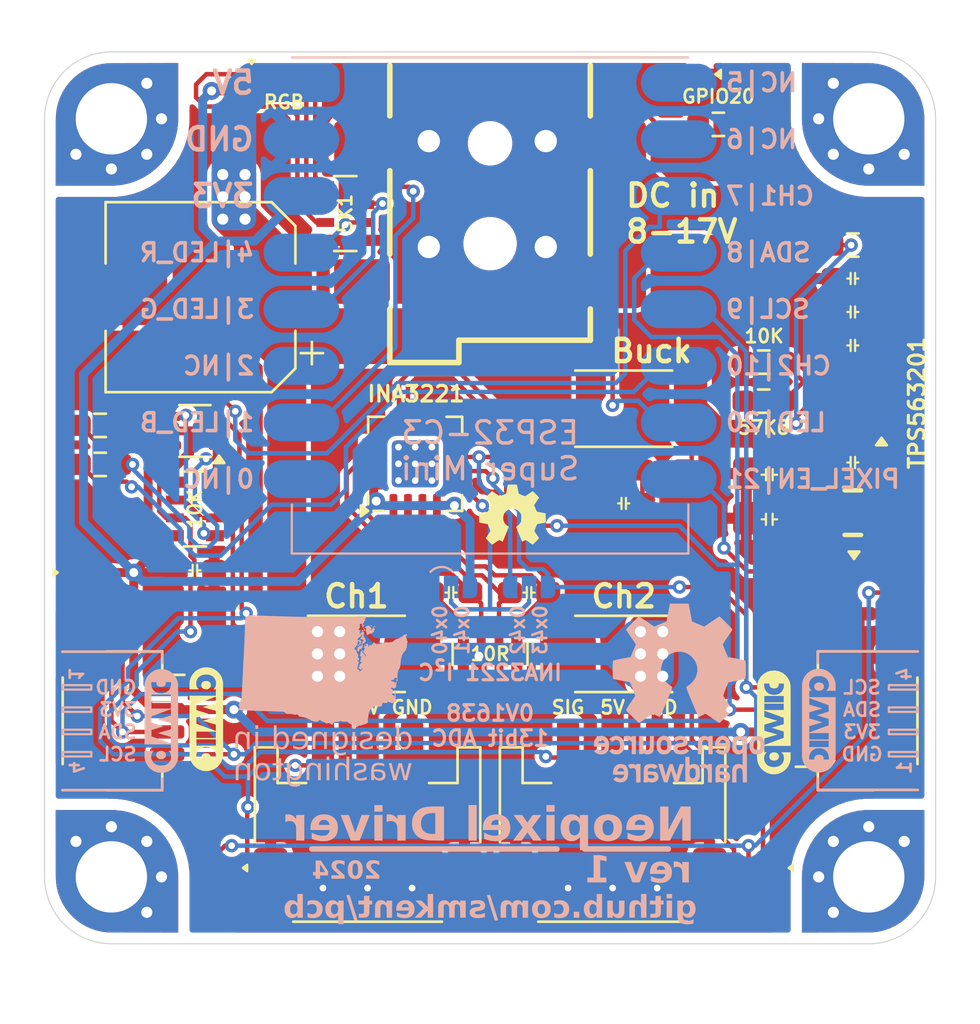
<source format=kicad_pcb>
(kicad_pcb (version 20240108) (generator "pcbnew") (generator_version "8.0")
  (layers (0 "F.Cu" signal) (31 "B.Cu" signal) (34 "B.Paste" user) (35 "F.Paste" user) (36 "B.SilkS" user "B.Silkscreen") (37 "F.SilkS" user "F.Silkscreen") (38 "B.Mask" user) (39 "F.Mask" user) (44 "Edge.Cuts" user))
  (net 0 "")
  (net 1 "GND")
  (net 2 "SCL")
  (net 6 "SDA")
  (net 7 "+3V3")
  (net 8 "NEOPIXEL_1_DATA_5V")
  (net 10 "NEOPIXEL_2_DATA_5V")
  (net 11 "NEOPIXEL_1_DATA_3V3")
  (net 12 "NEOPIXEL_2_DATA_3V3")
  (net 13 "+5V")
  (net 15 "Net-(U1-VBST)")
  (net 16 "SW")
  (net 17 "FB")
  (net 18 "Net-(U1-EN)")
  (net 19 "Net-(U2-IN+1)")
  (net 20 "Net-(U2-IN-1)")
  (net 21 "Net-(RN2A-R1.2)")
  (net 22 "Net-(RN2B-R2.2)")
  (net 23 "Net-(JP1-C)")
  (net 24 "NEOPIXEL_1_SHUNT")
  (net 25 "NEOPIXEL_2_SHUNT")
  (net 43 "Net-(LED0-A)")
  (net 45 "Net-(RN2D-R4.2)")
  (net 46 "Net-(RN2C-R3.2)")
  (net 47 "STATUS_LED")
  (net 48 "SMD_PIXEL_GND")
  (net 49 "SMD_PIXEL_ENABLE")
  (net 50 "5V_SHUNT")
  (net 51 "LED_G")
  (net 52 "LED_B")
  (net 53 "LED_R")
  (net 54 "DC_IN")
  (net 55 "Net-(LED3-BK)")
  (net 56 "Net-(LED3-RK)")
  (net 57 "Net-(LED3-GK)")
  (net 58 "Net-(Q2A-S)")
  (net 59 "Net-(Q2B-S)")
  (footprint "custom:C_0603_1608Metric_Pad1.08x0.95mm_HandSolder" (layer "F.Cu") (at 106 70.25 180)
    (property "Reference" "C8" (hide yes))
    (property "Value" "0u1")
  )
  (footprint "custom:C_0603_1608Metric_Pad1.08x0.95mm_HandSolder" (layer "F.Cu") (at 101.75 74.25 180)
    (property "Reference" "C10" (hide yes))
    (property "Value" "0u1")
  )
  (footprint "Resistor_SMD:R_0603_1608Metric_Pad0.98x0.95mm_HandSolder" (layer "F.Cu") (at 82.5 66.75)
    (property "Reference" "R7" (hide yes))
    (property "Value" "300R")
  )
  (footprint "custom:SOT-23_simple" (layer "F.Cu") (at 117.5 74.25)
    (property "Reference" "Q1" (hide yes))
    (property "Value" "BSS138")
  )
  (footprint "mechanical:MountingHole_3.2mm_M3_Pad_Via_corner_compact" (layer "F.Cu") (at 117 53 180)
    (property "Reference" "MH_NE" (hide yes))
    (property "Value" "MountingHole_3.2mm_M3_Pad_Via_corner_compact" (hide yes))
  )
  (footprint "custom:Texas_RGV0016A_VQFN-16-1EP_4x4mm_P0.65mm_EP2.1x2.1mm_ThermalVias" (layer "F.Cu") (at 96.6375 68.475 90)
    (property "Reference" "U2" (hide yes))
    (property "Value" "INA3221")
  )
  (footprint "lcsc:LED-SMD_L1.7-W1.1-R-RD_BLUE" (layer "F.Cu") (at 110.25 51)
    (property "Reference" "LED0" (hide yes))
    (property "Value" "LED_Small")
  )
  (footprint "Resistor_SMD:R_2512_6332Metric_Pad1.40x3.35mm_HandSolder" (layer "F.Cu") (at 106 66 180)
    (property "Reference" "SR1" (hide yes))
    (property "Value" "R040")
  )
  (footprint "Resistor_SMD:R_2512_6332Metric_Pad1.40x3.35mm_HandSolder" (layer "F.Cu") (at 94 77 180)
    (property "Reference" "SR2" (hide yes))
    (property "Value" "R040")
  )
  (footprint "custom:DC-IN_DC-050-2.0-BB_rev2" (layer "F.Cu") (at 100 57)
    (property "Reference" "J7" (hide yes))
    (property "Value" "Barrel_Jack_Switch")
  )
  (footprint "Package_TO_SOT_SMD:SOT-363_SC-70-6" (layer "F.Cu") (at 86.75 67 180)
    (property "Reference" "Q2" (hide yes))
    (property "Value" "2N7002DW")
  )
  (footprint "custom:SOT-23-6_Handsoldering_simple" (layer "F.Cu") (at 116.37 65.74875 180)
    (property "Reference" "U1" (hide yes))
    (property "Value" "TPS563201")
  )
  (footprint "Resistor_SMD:R_0603_1608Metric_Pad0.98x0.95mm_HandSolder" (layer "F.Cu") (at 110.25 53.25 180)
    (property "Reference" "R1" (hide yes))
    (property "Value" "10K")
  )
  (footprint "Resistor_SMD:R_0603_1608Metric_Pad0.98x0.95mm_HandSolder" (layer "F.Cu") (at 82.5 68.5)
    (property "Reference" "R8" (hide yes))
    (property "Value" "300R")
  )
  (footprint "Resistor_SMD:R_2512_6332Metric_Pad1.40x3.35mm_HandSolder" (layer "F.Cu") (at 106 77)
    (property "Reference" "SR3" (hide yes))
    (property "Value" "R040")
  )
  (footprint "Resistor_SMD:R_Array_Convex_4x0603" (layer "F.Cu") (at 86.75 70.5 180)
    (property "Reference" "RN1" (hide yes))
    (property "Value" "10K")
  )
  (footprint "custom:C_0603_1608Metric_Pad1.08x0.95mm_HandSolder" (layer "F.Cu") (at 98.25 74.25 180)
    (property "Reference" "C9" (hide yes))
    (property "Value" "0u1")
  )
  (footprint "Resistor_SMD:R_Array_Convex_4x0603" (layer "F.Cu") (at 100 77 90)
    (property "Reference" "RN2" (hide yes))
    (property "Value" "10R")
  )
  (footprint "custom:C_0805_2012Metric_Pad1.18x1.45mm_HandSolder" (layer "F.Cu") (at 112.535 68.91375 180)
    (property "Reference" "C5" (hide yes))
    (property "Value" "22u")
  )
  (footprint "lcsc:IND-SMD_L2.5-W2.0_MHCHL2520" (layer "F.Cu") (at 116.285 70.66375 180)
    (property "Reference" "L1" (hide yes))
    (property "Value" "4u7")
  )
  (footprint "connectors:Qwiic-SMD-horizontal-logo-bottom-pinout" (layer "F.Cu") (at 83.5 80 -90)
    (property "Reference" "J4" (hide yes))
    (property "Value" "Qwiic")
  )
  (footprint "Resistor_SMD:R_Array_Convex_4x0603" (layer "F.Cu") (at 93.5 57.25)
    (property "Reference" "RN3" (hide yes))
    (property "Value" "5K1")
  )
  (footprint "Resistor_SMD:R_0603_1608Metric_Pad0.98x0.95mm_HandSolder" (layer "F.Cu") (at 112.285 65.66375 180)
    (property "Reference" "R3" (hide yes))
    (property "Value" "56K")
  )
  (footprint "custom:C_0603_1608Metric_Pad1.08x0.95mm_HandSolder" (layer "F.Cu") (at 86.75 73.25)
    (property "Reference" "C7" (hide yes))
    (property "Value" "22u")
  )
  (footprint "lcsc:SENSORS-SMD_VEML6030" (layer "F.Cu") (at 82 74)
    (property "Reference" "U3" (hide yes))
    (property "Value" "VEML6030")
  )
  (footprint "custom:C_0603_1608Metric_Pad1.08x0.95mm_HandSolder" (layer "F.Cu") (at 116.285 63.16375 180)
    (property "Reference" "C3" (hide yes))
    (property "Value" "0u1")
  )
  (footprint "mechanical:MountingHole_3.2mm_M3_Pad_Via_corner_compact" (layer "F.Cu") (at 117 87 90)
    (property "Reference" "MH_SE" (hide yes))
    (property "Value" "MountingHole_3.2mm_M3_Pad_Via_corner_compact" (hide yes))
  )
  (footprint "connectors:STEMMA-Signal-SMD-horizontal" (layer "F.Cu") (at 94.5 84.5)
    (property "Reference" "J1" (hide yes))
    (property "Value" "STEMMA-Signal")
  )
  (footprint "graphics:oshw-logo-3mm" (layer "F.Cu") (at 101 70.75)
    (property "Reference" "G***" (hide yes))
    (property "Value" "LOGO" (hide yes))
  )
  (footprint "connectors:STEMMA-Signal-SMD-horizontal" (layer "F.Cu") (at 105.5 84.5)
    (property "Reference" "J2" (hide yes))
    (property "Value" "STEMMA-Signal")
  )
  (footprint "lcsc:LED-SMD_4P-L2.0-W2.0-BR-1" (layer "F.Cu") (at 87.75 87.5 90)
    (property "Reference" "LED1")
    (property "Value" "WS2812B-2020")
  )
  (footprint "mechanical:MountingHole_3.2mm_M3_Pad_Via_corner_compact" (layer "F.Cu") (at 83 53 -90)
    (property "Reference" "MH_NW" (hide yes))
    (property "Value" "MountingHole_3.2mm_M3_Pad_Via_corner_compact" (hide yes))
  )
  (footprint "custom:C_0603_1608Metric_Pad1.08x0.95mm_HandSolder" (layer "F.Cu") (at 116.285 61.66375 180)
    (property "Reference" "C2" (hide yes))
    (property "Value" "10u")
  )
  (footprint "custom:R_0603_1608Metric_Pad0.98x0.95mm_HandSolder_simple" (layer "F.Cu") (at 107.75 68.75 180)
    (property "Reference" "R5" (hide yes))
    (property "Value" "10R")
  )
  (footprint "connectors:Qwiic-SMD-horizontal-logo-bottom-pinout" (layer "F.Cu") (at 116.5 80 90)
    (property "Reference" "J3" (hide yes))
    (property "Value" "Qwiic")
  )
  (footprint "custom:C_0603_1608Metric_Pad1.08x0.95mm_HandSolder" (layer "F.Cu") (at 116.285 60.16375 180)
    (property "Reference" "C1" (hide yes))
    (property "Value" "10u")
  )
  (footprint "custom:C_0805_2012Metric_Pad1.18x1.45mm_HandSolder" (layer "F.Cu") (at 112.535 70.91375 180)
    (property "Reference" "C6" (hide yes))
    (property "Value" "22u")
  )
  (footprint "custom:C_0603_1608Metric_Pad1.08x0.95mm_HandSolder" (layer "F.Cu") (at 116.285 68.41375)
    (property "Reference" "C4" (hide yes))
    (property "Value" "0u1")
  )
  (footprint "Capacitor_SMD:CP_Elec_8x10" (layer "F.Cu") (at 87 61 180)
    (property "Reference" "C11" (hide yes))
    (property "Value" "1000u")
  )
  (footprint "lcsc:LED-SMD_4P-L2.0-W2.0-BR-1" (layer "F.Cu") (at 112.25 87.5 90)
    (property "Reference" "LED2")
    (property "Value" "WS2812B-2020")
  )
  (footprint "lcsc:LED-SMD_FM-3510RGBA-SG" (layer "F.Cu") (at 90.75 51)
    (property "Reference" "LED3" (hide yes))
    (property "Value" "FM-3510RGBA-SG")
  )
  (footprint "custom:R_0603_1608Metric_Pad0.98x0.95mm_HandSolder_simple" (layer "F.Cu") (at 104.25 68.75)
    (property "Reference" "R6" (hide yes))
    (property "Value" "10R")
  )
  (footprint "mechanical:MountingHole_3.2mm_M3_Pad_Via_corner_compact" (layer "F.Cu") (at 83 87)
    (property "Reference" "MH_SW" (hide yes))
    (property "Value" "MountingHole_3.2mm_M3_Pad_Via_corner_compact" (hide yes))
  )
  (footprint "Resistor_SMD:R_0603_1608Metric_Pad0.98x0.95mm_HandSolder" (layer "F.Cu") (at 116.285 58.66375 180)
    (property "Reference" "R2" (hide yes))
    (property "Value" "10K")
  )
  (footprint "Resistor_SMD:R_0603_1608Metric_Pad0.98x0.95mm_HandSolder" (layer "F.Cu") (at 112.285 63.91375)
    (property "Reference" "R4" (hide yes))
    (property "Value" "10K")
  )
  (footprint "modules:ESP32-C3-Super-Mini-Castellated-SMD-only" (layer "B.Cu") (at 100 59 180)
    (property "Reference" "SM1" (hide yes))
    (property "Value" "~")
  )
  (footprint "graphics:designed-in-washington-state-5mm" (layer "B.Cu") (at 92.5 77.75 180)
    (property "Reference" "G***" (hide yes))
    (property "Value" "LOGO" (hide yes))
  )
  (footprint "custom:SolderJumper-3_P1.0mm_Open_RoundedPad_simple" (layer "B.Cu") (at 98.25 74 180)
    (property "Reference" "JP1" (hide yes))
    (property "Value" "VS/GND")
  )
  (footprint "Symbol:OSHW-Logo_7.5x8mm_SilkScreen" (layer "B.Cu") (at 108.5 78.75 180)
    (property "Reference" "REF**" (hide yes))
    (property "Value" "OSHW-Logo_7.5x8mm_SilkScreen" (hide yes))
  )
  (footprint "custom:SolderJumper-3_P1.0mm_Open_RoundedPad_simple" (layer "B.Cu") (at 101.75 74 180)
    (property "Reference" "JP2" (hide yes))
    (property "Value" "SDA/SCL")
  )
  (gr_arc (start 97.325 73.322681) (mid 97.825 73.1) (end 98.325 73.322681) (stroke (width 0.1)) (layer "B.SilkS"))
  (gr_line (start 103 85.75) (end 92 85.75) (stroke (width 0.25)) (layer "B.SilkS"))
  (gr_line (start 108 85.75) (end 104.25 85.75) (stroke (width 0.25)) (layer "B.SilkS"))
  (gr_poly (pts (arc (start 117 90) (mid 119.12132 89.12132) (end 120 87)) (arc (start 120 53) (mid 119.12132 50.87868) (end 117 50)) (arc (start 83 50) (mid 80.87868 50.87868) (end 80 53)) (arc (start 80 87) (mid 80.87868 89.12132) (end 83 90))) (stroke (width 0.05)) (fill none) (layer "Edge.Cuts"))
  (gr_text "4|LED_R" (at 89.5 59 0) (layer "B.SilkS") (effects (font (size 0.8 0.8) (thickness 0.16) (bold yes)) (justify left mirror)))
  (gr_text "0x41" (at 98.75 74.75 90) (layer "B.SilkS") (effects (font (size 0.6 0.6) (thickness 0.12) (bold yes)) (justify left mirror)))
  (gr_text "LED|20" (at 110.5 66.62 0) (layer "B.SilkS") (effects (font (size 0.8 0.8) (thickness 0.16) (bold yes)) (justify right mirror)))
  (gr_text "0V1638\n13bit ADC" (at 100 79.25 0) (layer "B.SilkS") (effects (font (size 0.7 0.7) (thickness 0.14) (bold yes)) (justify top mirror)))
  (gr_text "PIXEL_EN|21" (at 110.5 69.16 0) (layer "B.SilkS") (effects (font (size 0.8 0.8) (thickness 0.16) (bold yes)) (justify right mirror)))
  (gr_text "Neopixel Driver" (at 100 84.75 -0) (layer "B.SilkS") (effects (font (size 1.5 1.5) (thickness 0.3) (bold yes)) (justify mirror)))
  (gr_text "github.com/smkent/pcb" (at 100 89 0) (layer "B.SilkS") (effects (font (size 1 1) (thickness 0.16) (bold yes)) (justify bottom mirror)))
  (gr_text "0x43" (at 102.25 74.75 90) (layer "B.SilkS") (effects (font (size 0.6 0.6) (thickness 0.12) (bold yes)) (justify left mirror)))
  (gr_text "SDA|8" (at 110.5 59 0) (layer "B.SilkS") (effects (font (size 0.8 0.8) (thickness 0.16) (bold yes)) (justify right mirror)))
  (gr_text "0x40" (at 97.75 74.75 90) (layer "B.SilkS") (effects (font (size 0.6 0.6) (thickness 0.12) (bold yes)) (justify left mirror)))
  (gr_text "3|LED_G" (at 89.5 61.54 0) (layer "B.SilkS") (effects (font (size 0.8 0.8) (thickness 0.16) (bold yes)) (justify left mirror)))
  (gr_text "SCL|9" (at 110.5 61.54 0) (layer "B.SilkS") (effects (font (size 0.8 0.8) (thickness 0.16) (bold yes)) (justify right mirror)))
  (gr_text "3V3" (at 89.5 56.46 0) (layer "B.SilkS") (effects (font (size 1 1) (thickness 0.2) (bold yes)) (justify left mirror)))
  (gr_text "2|NC" (at 89.5 64.08 0) (layer "B.SilkS") (effects (font (size 0.8 0.8) (thickness 0.16) (bold yes)) (justify left mirror)))
  (gr_text "5V" (at 89.5 51.38 0) (layer "B.SilkS") (effects (font (size 1 1) (thickness 0.2) (bold yes)) (justify left mirror)))
  (gr_text "GND" (at 89.5 53.92 0) (layer "B.SilkS") (effects (font (size 1 1) (thickness 0.2) (bold yes)) (justify left mirror)))
  (gr_text "0x42" (at 101.25 74.75 90) (layer "B.SilkS") (effects (font (size 0.6 0.6) (thickness 0.12) (bold yes)) (justify left mirror)))
  (gr_text "1|LED_B" (at 89.5 66.62 0) (layer "B.SilkS") (effects (font (size 0.8 0.8) (thickness 0.16) (bold yes)) (justify left mirror)))
  (gr_text "CH2|10" (at 110.5 64.08 0) (layer "B.SilkS") (effects (font (size 0.8 0.8) (thickness 0.16) (bold yes)) (justify right mirror)))
  (gr_text "NC|5" (at 110.5 51.38 0) (layer "B.SilkS") (effects (font (size 0.8 0.8) (thickness 0.16) (bold yes)) (justify right mirror)))
  (gr_text "rev 1" (at 104.25 86.75 0) (layer "B.SilkS") (effects (font (size 1.2 1.2) (thickness 0.24) (bold yes)) (justify right mirror)))
  (gr_text "NC|6" (at 110.5 53.92 0) (layer "B.SilkS") (effects (font (size 0.8 0.8) (thickness 0.16) (bold yes)) (justify right mirror)))
  (gr_text "INA3221 I²C" (at 100 78.25 0) (layer "B.SilkS") (effects (font (size 0.7 0.7) (thickness 0.14) (bold yes)) (justify bottom mirror)))
  (gr_text "0|NC" (at 89.5 69.16 0) (layer "B.SilkS") (effects (font (size 0.8 0.8) (thickness 0.16) (bold yes)) (justify left mirror)))
  (gr_text "2024" (at 92 86.75 0) (layer "B.SilkS") (effects (font (size 0.8 0.8) (thickness 0.24) (bold yes)) (justify right mirror)))
  (gr_text "CH1|7" (at 110.5 56.46 0) (layer "B.SilkS") (effects (font (size 0.8 0.8) (thickness 0.16) (bold yes)) (justify right mirror)))
  (gr_text "Buck" (at 107.25 64 0) (layer "F.SilkS") (effects (font (size 1 1) (thickness 0.2) (bold yes)) (justify bottom)))
  (gr_text "5K1" (at 93.5 57.25 90) (layer "F.SilkS") (effects (font (size 0.6 0.6) (thickness 0.12) (bold yes))))
  (gr_text "GND" (at 96.5 79.75 0) (layer "F.SilkS") (effects (font (size 0.6 0.6) (thickness 0.12) (bold yes)) (justify bottom)))
  (gr_text "10K" (at 86.75 70.5 90) (layer "F.SilkS") (effects (font (size 0.6 0.6) (thickness 0.12) (bold yes))))
  (gr_text "RGB" (at 90.75 52.25 0) (layer "F.SilkS") (effects (font (size 0.6 0.6) (thickness 0.12) (bold yes))))
  (gr_text "Ch1" (at 94 75 0) (layer "F.SilkS") (effects (font (size 1 1) (thickness 0.2) (bold yes)) (justify bottom)))
  (gr_text "DC in\n8-17V" (at 106 57.25 0) (layer "F.SilkS") (effects (font (size 1 1) (thickness 0.2) (bold yes)) (justify left)))
  (gr_text "10K" (at 112.3 63.1 0) (layer "F.SilkS") (effects (font (size 0.6 0.6) (thickness 0.12) (bold yes)) (justify bottom)))
  (gr_text "TPS563201" (at 118.75 65.75 90) (layer "F.SilkS") (effects (font (size 0.7 0.7) (thickness 0.14) (bold yes)) (justify top)))
  (gr_text "5V" (at 105.5 79.75 0) (layer "F.SilkS") (effects (font (size 0.6 0.6) (thickness 0.12) (bold yes)) (justify bottom)))
  (gr_text "10R" (at 100 77 0) (layer "F.SilkS") (effects (font (size 0.6 0.6) (thickness 0.12) (bold yes))))
  (gr_text "GND" (at 107.5 79.75 0) (layer "F.SilkS") (effects (font (size 0.6 0.6) (thickness 0.12) (bold yes)) (justify bottom)))
  (gr_text "INA3221" (at 96.675 65.75 0) (layer "F.SilkS") (effects (font (size 0.7 0.7) (thickness 0.14) (bold yes)) (justify bottom)))
  (gr_text "5V" (at 94.5 79.75 0) (layer "F.SilkS") (effects (font (size 0.6 0.6) (thickness 0.12) (bold yes)) (justify bottom)))
  (gr_text "SIG" (at 92.5 79.75 0) (layer "F.SilkS") (effects (font (size 0.6 0.6) (thickness 0.12) (bold yes)) (justify bottom)))
  (gr_text "SIG" (at 103.5 79.75 0) (layer "F.SilkS") (effects (font (size 0.6 0.6) (thickness 0.12) (bold yes)) (justify bottom)))
  (gr_text "GPIO20" (at 110.25 52 0) (layer "F.SilkS") (effects (font (size 0.6 0.6) (thickness 0.12) (bold yes))))
  (gr_text "57K6" (at 112.285 66.5 0) (layer "F.SilkS") (effects (font (size 0.6 0.6) (thickness 0.12) (bold yes)) (justify top)))
  (gr_text "Ch2" (at 106 75 0) (layer "F.SilkS") (effects (font (size 1 1) (thickness 0.2) (bold yes)) (justify bottom)))
  (segment (start 82.15 73.93148) (end 81.56852 73.35) (width 0.2) (layer "F.Cu") (net 1))
  (segment (start 117.72 66.69875) (end 116.940001 66.69875) (width 0.5) (layer "F.Cu") (net 1))
  (segment (start 82.15 74.29074) (end 82.15 73.93148) (width 0.2) (layer "F.Cu") (net 1))
  (segment (start 116.25 63.99125) (end 115.4225 63.16375) (width 0.5) (layer "F.Cu") (net 1))
  (segment (start 82.88 74.65) (end 82.50926 74.65) (width 0.2) (layer "F.Cu") (net 1))
  (segment (start 81.56852 73.35) (end 81.12 73.35) (width 0.2) (layer "F.Cu") (net 1))
  (segment (start 116.940001 66.69875) (end 116.25 66.008749) (width 0.5) (layer "F.Cu") (net 1))
  (segment (start 82.50926 74.65) (end 82.15 74.29074) (width 0.2) (layer "F.Cu") (net 1))
  (segment (start 116.25 66.008749) (end 116.25 63.99125) (width 0.5) (layer "F.Cu") (net 1))
  (via (at 97.25 58.75) (size 2) (drill 1) (layers "F.Cu" "B.Cu") (net 1))
  (via (at 97.25 54) (size 2) (drill 1) (layers "F.Cu" "B.Cu") (net 1))
  (via (at 102.5 54) (size 2) (drill 1) (layers "F.Cu" "B.Cu") (net 1))
  (via (at 103.5 87.5) (size 0.6) (drill 0.3) (layers "F.Cu" "B.Cu") (net 1))
  (via (at 105.5 87.5) (size 0.6) (drill 0.3) (layers "F.Cu" "B.Cu") (net 1))
  (via (at 94.5 87.5) (size 0.6) (drill 0.3) (layers "F.Cu" "B.Cu") (net 1))
  (via (at 96.5 87.5) (size 0.6) (drill 0.3) (layers "F.Cu" "B.Cu") (net 1))
  (via (at 107.5 87.5) (size 0.6) (drill 0.3) (layers "F.Cu" "B.Cu") (net 1))
  (via (at 102.5 58.75) (size 2) (drill 1) (layers "F.Cu" "B.Cu") (net 1))
  (via (at 92.5 87.5) (size 0.6) (drill 0.3) (layers "F.Cu" "B.Cu") (net 1))
  (segment (start 99.8 68.8) (end 98.5 68.8) (width 0.2) (layer "F.Cu") (net 2))
  (segment (start 83.5 74.94148) (end 83.505 74.93648) (width 0.2) (layer "F.Cu") (net 2))
  (segment (start 83.505 74.93648) (end 83.505 74.300001) (width 0.2) (layer "F.Cu") (net 2))
  (segment (start 83.5 79.123528) (end 83.5 74.94148) (width 0.2) (layer "F.Cu") (net 2))
  (segment (start 111.5 75.25) (end 111.5 78.5) (width 0.2) (layer "F.Cu") (net 2))
  (segment (start 83.505 74.300001) (end 83.204999 74) (width 0.2) (layer "F.Cu") (net 2))
  (segment (start 110.25 74) (end 111.5 75.25) (width 0.2) (layer "F.Cu") (net 2))
  (segment (start 85.5 81.5) (end 88.5 81.5) (width 0.2) (layer "F.Cu") (net 2))
  (segment (start 100.125 69.125) (end 99.8 68.8) (width 0.2) (layer "F.Cu") (net 2))
  (segment (start 111.5 78.5) (end 114.5 78.5) (width 0.2) (layer "F.Cu") (net 2))
  (segment (start 83.204999 74) (end 82.88 74) (width 0.2) (layer "F.Cu") (net 2))
  (segment (start 108.5 74) (end 110.25 74) (width 0.2) (layer "F.Cu") (net 2))
  (segment (start 84.164007 79.787535) (end 83.5 79.123528) (width 0.2) (layer "F.Cu") (net 2))
  (via (at 111.5 78.5) (size 0.6) (drill 0.3) (layers "F.Cu" "B.Cu") (net 2))
  (via (at 108.5 74) (size 0.6) (drill 0.3) (layers "F.Cu" "B.Cu") (net 2))
  (via (at 84.164007 79.787535) (size 0.6) (drill 0.3) (layers "F.Cu" "B.Cu") (net 2))
  (via (at 100.125 69.125) (size 0.6) (drill 0.3) (layers "F.Cu" "B.Cu") (net 2))
  (via (at 88.5 81.5) (size 0.6) (drill 0.3) (layers "F.Cu" "B.Cu") (net 2))
  (segment (start 101.3 70.582843) (end 101.3 72.8) (width 0.2) (layer "B.Cu") (net 2))
  (segment (start 84.164007 79.787535) (end 86.787535 79.787535) (width 0.2) (layer "B.Cu") (net 2))
  (segment (start 107.62 61.54) (end 109.605686 61.54) (width 0.2) (layer "B.Cu") (net 2))
  (segment (start 89 81.5) (end 89.5 81) (width 0.2) (layer "B.Cu") (net 2))
  (segment (start 86.787535 79.787535) (end 88.5 81.5) (width 0.2) (layer "B.Cu") (net 2))
  (segment (start 101.7 73.2) (end 102.375 73.2) (width 0.2) (layer "B.Cu") (net 2))
  (segment (start 100.125 69.125) (end 100.125 69.407843) (width 0.2) (layer "B.Cu") (net 2))
  (segment (start 111.95 80.78995) (end 111.95 78.95) (width 0.2) (layer "B.Cu") (net 2))
  (segment (start 109.605686 61.54) (end 111.5 63.434314) (width 0.2) (layer "B.Cu") (net 2))
  (segment (start 111.5 63.434314) (end 111.5 78.5) (width 0.2) (layer "B.Cu") (net 2))
  (segment (start 101.3 72.8) (end 101.7 73.2) (width 0.2) (layer "B.Cu") (net 2))
  (segment (start 110.96005 81.2) (end 111.53995 81.2) (width 0.2) (layer "B.Cu") (net 2))
  (segment (start 111.53995 81.2) (end 111.95 80.78995) (width 0.2) (layer "B.Cu") (net 2))
  (segment (start 102.375 73.2) (end 102.6 73.425) (width 0.2) (layer "B.Cu") (net 2))
  (segment (start 88.5 81.5) (end 89 81.5) (width 0.2) (layer "B.Cu") (net 2))
  (segment (start 111.95 78.95) (end 111.5 78.5) (width 0.2) (layer "B.Cu") (net 2))
  (segment (start 102.6 73.425) (end 102.6 74) (width 0.2) (layer "B.Cu") (net 2))
  (segment (start 110.76005 81) (end 110.96005 81.2) (width 0.2) (layer "B.Cu") (net 2))
  (segment (start 100.125 69.407843) (end 101.3 70.582843) (width 0.2) (layer "B.Cu") (net 2))
  (segment (start 102.6 74) (end 108.5 74) (width 0.2) (layer "B.Cu") (net 2))
  (segment (start 89.5 81) (end 110.76005 81) (width 0.2) (layer "B.Cu") (net 2))
  (segment (start 100.015345 68.166816) (end 99.5 68.166816) (width 0.2) (layer "F.Cu") (net 6))
  (segment (start 100.725 69.975) (end 100.725 68.876471) (width 0.2) (layer "F.Cu") (net 6))
  (segment (start 98.516816 68.166816) (end 98.5 68.15) (width 0.2) (layer "F.Cu") (net 6))
  (segment (start 99.5 68.166816) (end 98.516816 68.166816) (width 0.2) (layer "F.Cu") (net 6))
  (segment (start 114.5 79.5) (end 110.75 79.5) (width 0.2) (layer "F.Cu") (net 6))
  (segment (start 83 76) (end 83 80) (width 0.2) (layer "F.Cu") (net 6))
  (segment (start 81.75 74.36852) (end 81.75 74.75) (width 0.2) (layer "F.Cu") (net 6))
  (segment (start 102 71.25) (end 100.725 69.975) (width 0.2) (layer "F.Cu") (net 6))
  (segment (start 83 80) (end 83.5 80.5) (width 0.2) (layer "F.Cu") (net 6))
  (segment (start 81.38148 74) (end 81.75 74.36852) (width 0.2) (layer "F.Cu") (net 6))
  (segment (start 81.12 74) (end 81.38148 74) (width 0.2) (layer "F.Cu") (net 6))
  (segment (start 100.725 68.876471) (end 100.015345 68.166816) (width 0.2) (layer "F.Cu") (net 6))
  (segment (start 81.75 74.75) (end 83 76) (width 0.2) (layer "F.Cu") (net 6))
  (segment (start 103 71.25) (end 102 71.25) (width 0.2) (layer "F.Cu") (net 6))
  (segment (start 83.5 80.5) (end 85.5 80.5) (width 0.2) (layer "F.Cu") (net 6))
  (via (at 103 71.25) (size 0.6) (drill 0.3) (layers "F.Cu" "B.Cu") (net 6))
  (via (at 83.5 80.5) (size 0.6) (drill 0.3) (layers "F.Cu" "B.Cu") (net 6))
  (via (at 99.5 68.166816) (size 0.6) (drill 0.3) (layers "F.Cu" "B.Cu") (net 6))
  (via (at 110.75 79.5) (size 0.6) (drill 0.3) (layers "F.Cu" "B.Cu") (net 6))
  (segment (start 90 80) (end 88.8 78.8) (width 0.2) (layer "B.Cu") (net 6))
  (segment (start 99.5 69.348529) (end 100.9 70.748529) (width 0.2) (layer "B.Cu") (net 6))
  (segment (start 84.303013 78.8) (end 83.5 79.603013) (width 0.2) (layer "B.Cu") (net 6))
  (segment (start 110.75 79.5) (end 110.75 78.401471) (width 0.2) (layer "B.Cu") (net 6))
  (segment (start 111.1 63.6) (end 110.282843 62.782843) (width 0.2) (layer "B.Cu") (net 6))
  (segment (start 110.75 79.5) (end 110.25 80) (width 0.2) (layer "B.Cu") (net 6))
  (segment (start 110.282843 62.782843) (end 107.236497 62.782843) (width 0.2) (layer "B.Cu") (net 6))
  (segment (start 88.8 78.8) (end 84.303013 78.8) (width 0.2) (layer "B.Cu") (net 6))
  (segment (start 100.9 70.748529) (end 100.9 74) (width 0.2) (layer "B.Cu") (net 6))
  (segment (start 110.25 73) (end 108.5 71.25) (width 0.2) (layer "B.Cu") (net 6))
  (segment (start 110.25 80) (end 90 80) (width 0.2) (layer "B.Cu") (net 6))
  (segment (start 110.75 78.401471) (end 111.1 78.051471) (width 0.2) (layer "B.Cu") (net 6))
  (segment (start 107.236497 62.782843) (end 106.47 62.016346) (width 0.2) (layer "B.Cu") (net 6))
  (segment (start 99.5 68.166816) (end 99.5 69.348529) (width 0.2) (layer "B.Cu") (net 6))
  (segment (start 106.47 60.15) (end 107.62 59) (width 0.2) (layer "B.Cu") (net 6))
  (segment (start 106.47 62.016346) (end 106.47 60.15) (width 0.2) (layer "B.Cu") (net 6))
  (segment (start 108.5 71.25) (end 103 71.25) (width 0.2) (layer "B.Cu") (net 6))
  (segment (start 111.1 78.051471) (end 111.1 63.6) (width 0.2) (layer "B.Cu") (net 6))
  (segment (start 111.1 73) (end 110.25 73) (width 0.2) (layer "B.Cu") (net 6))
  (segment (start 83.5 79.603013) (end 83.5 80.5) (width 0.2) (layer "B.Cu") (net 6))
  (segment (start 84.005 78.638578) (end 84.866422 79.5) (width 0.4) (layer "F.Cu") (net 7))
  (segment (start 111.25 80.5) (end 114.5 80.5) (width 0.4) (layer "F.Cu") (net 7))
  (segment (start 89.73 51.75) (end 90.36 51.12) (width 0.4) (layer "F.Cu") (net 7))
  (segment (start 94.775 70.035051) (end 94.775 69.45) (width 0.4) (layer "F.Cu") (net 7))
  (segment (start 84.005 73.35) (end 82.88 73.35) (width 0.4) (layer "F.Cu") (net 7))
  (segment (start 84.65 73.35) (end 85.7875 73.35) (width 0.4) (layer "F.Cu") (net 7))
  (segment (start 86.525 67.025) (end 86.5 67) (width 0.4) (layer "F.Cu") (net 7))
  (segment (start 97.6125 70.3375) (end 98.3875 70.3375) (width 0.4) (layer "F.Cu") (net 7))
  (segment (start 84.866422 79.5) (end 85.5 79.5) (width 0.4) (layer "F.Cu") (net 7))
  (segment (start 86.525 67.959878) (end 86.525 67.025) (width 0.4) (layer "F.Cu") (net 7))
  (segment (start 84.65 72.705) (end 84.005 73.35) (width 0.4) (layer "F.Cu") (net 7))
  (segment (start 87.7 67) (end 86.5 67) (width 0.4) (layer "F.Cu") (net 7))
  (segment (start 85.415122 67) (end 85.8 67) (width 0.4) (layer "F.Cu") (net 7))
  (segment (start 98.3875 70.3375) (end 98.4 70.35) (width 0.4) (layer "F.Cu") (net 7))
  (segment (start 84.65 71.75) (end 84.65 67.765122) (width 0.4) (layer "F.Cu") (net 7))
  (segment (start 85.85 71.7) (end 84.7 71.7) (width 0.4) (layer "F.Cu") (net 7))
  (segment (start 84.65 67.765122) (end 85.415122 67) (width 0.4) (layer "F.Cu") (net 7))
  (segment (start 94.8875 70.147551) (end 94.775 70.035051) (width 0.4) (layer "F.Cu") (net 7))
  (segment (start 85.85 69.3) (end 85.85 68.634878) (width 0.4) (layer "F.Cu") (net 7))
  (segment (start 84.005 73.35) (end 84.65 73.35) (width 0.4) (layer "F.Cu") (net 7))
  (segment (start 85.85 68.634878) (end 86.525 67.959878) (width 0.4) (layer "F.Cu") (net 7))
  (segment (start 84.7 71.7) (end 84.65 71.75) (width 0.4) (layer "F.Cu") (net 7))
  (segment (start 85.7875 73.35) (end 85.8875 73.25) (width 0.4) (layer "F.Cu") (net 7))
  (segment (start 85.5 79.5) (end 88.5 79.5) (width 0.4) (layer "F.Cu") (net 7))
  (segment (start 87.5 51.75) (end 89.73 51.75) (width 0.4) (layer "F.Cu") (net 7))
  (segment (start 86.5 67) (end 85.8 67) (width 0.4) (layer "F.Cu") (net 7))
  (segment (start 84.005 73.35) (end 84.005 78.638578) (width 0.4) (layer "F.Cu") (net 7))
  (segment (start 84.65 71.75) (end 84.65 72.705) (width 0.4) (layer "F.Cu") (net 7))
  (via (at 84.005 73.35) (size 0.8) (drill 0.4) (layers "F.Cu" "B.Cu") (net 7))
  (via (at 87.5 51.75) (size 0.8) (drill 0.4) (layers "F.Cu" "B.Cu") (net 7))
  (via (at 94.8875 70.147551) (size 0.8) (drill 0.4) (layers "F.Cu" "B.Cu") (net 7))
  (via (at 88.5 79.5) (size 0.8) (drill 0.4) (layers "F.Cu" "B.Cu") (net 7))
  (via (at 98.4 70.35) (size 0.8) (drill 0.4) (layers "F.Cu" "B.Cu") (net 7))
  (via (at 111.25 80.5) (size 0.8) (drill 0.4) (layers "F.Cu" "B.Cu") (net 7))
  (segment (start 87.1 57.872793) (end 87.1 52.15) (width 0.4) (layer "B.Cu") (net 7))
  (segment (start 81.75 71.095) (end 81.75 64.441673) (width 0.4) (layer "B.Cu") (net 7))
  (segment (start 87.70944 58.482233) (end 87.1 57.872793) (width 0.4) (layer "B.Cu") (net 7))
  (segment (start 89.5 80.5) (end 111.25 80.5) (width 0.4) (layer "B.Cu") (net 7))
  (segment (start 84.005 73.35) (end 81.75 71.095) (width 0.4) (layer "B.Cu") (net 7))
  (segment (start 94.75 70.285051) (end 94.8875 70.147551) (width 0.4) (layer "B.Cu") (net 7))
  (segment (start 99.1 74) (end 99.1 71.05) (width 0.4) (layer "B.Cu") (net 7))
  (segment (start 91.35 73.75) (end 94.75 70.35) (width 0.4) (layer "B.Cu") (net 7))
  (segment (start 88.5 79.5) (end 89.5 80.5) (width 0.4) (layer "B.Cu") (net 7))
  (segment (start 81.75 64.441673) (end 87.70944 58.482233) (width 0.4) (layer "B.Cu") (net 7))
  (segment (start 89.43 58.482233) (end 87.70944 58.482233) (width 0.4) (layer "B.Cu") (net 7))
  (segment (start 84.005 73.35) (end 84.405 73.75) (width 0.4) (layer "B.Cu") (net 7))
  (segment (start 84.405 73.75) (end 91.35 73.75) (width 0.4) (layer "B.Cu") (net 7))
  (segment (start 91.452233 56.46) (end 92.38 56.46) (width 0.4) (layer "B.Cu") (net 7))
  (segment (start 89.43 58.482233) (end 91.452233 56.46) (width 0.4) (layer "B.Cu") (net 7))
  (segment (start 99.1 71.05) (end 98.4 70.35) (width 0.4) (layer "B.Cu") (net 7))
  (segment (start 98.4 70.35) (end 94.75 70.35) (width 0.4) (layer "B.Cu") (net 7))
  (segment (start 87.1 52.15) (end 87.5 51.75) (width 0.4) (layer "B.Cu") (net 7))
  (segment (start 94.75 70.35) (end 94.75 70.285051) (width 0.4) (layer "B.Cu") (net 7))
  (segment (start 88.65 87.6) (end 87.9 87.6) (width 0.2) (layer "F.Cu") (net 8))
  (segment (start 92.15 82) (end 92.5 81.65) (width 0.2) (layer "F.Cu") (net 8))
  (segment (start 91.25 82) (end 92.15 82) (width 0.2) (layer "F.Cu") (net 8))
  (segment (start 88.85 74.975735) (end 88.85 70.7) (width 0.2) (layer "F.Cu") (net 8))
  (segment (start 88.85 70.7) (end 88.25 70.1) (width 0.2) (layer "F.Cu") (net 8))
  (segment (start 87.65 70.1) (end 88.25 70.1) (width 0.2) (layer "F.Cu") (net 8))
  (segment (start 89.05 75.175735) (end 88.85 74.975735) (width 0.2) (layer "F.Cu") (net 8))
  (segment (start 87.9 87.6) (end 87.1 88.4) (width 0.2) (layer "F.Cu") (net 8))
  (segment (start 89.131372 83.868628) (end 89.1 83.9) (width 0.2) (layer "F.Cu") (net 8))
  (segment (start 89.1 83.9) (end 89.1 87.15) (width 0.2) (layer "F.Cu") (net 8))
  (segment (start 87.943456 66.35) (end 87.7 66.35) (width 0.2) (layer "F.Cu") (net 8))
  (segment (start 89.1 87.15) (end 88.65 87.6) (width 0.2) (layer "F.Cu") (net 8))
  (segment (start 88.25 70.1) (end 88.75 69.6) (width 0.2) (layer "F.Cu") (net 8))
  (segment (start 88.75 69.6) (end 88.75 67.156544) (width 0.2) (layer "F.Cu") (net 8))
  (segment (start 88.75 67.156544) (end 87.943456 66.35) (width 0.2) (layer "F.Cu") (net 8))
  (via (at 91.25 82) (size 0.6) (drill 0.3) (layers "F.Cu" "B.Cu") (net 8))
  (via (at 89.05 75.175735) (size 0.6) (drill 0.3) (layers "F.Cu" "B.Cu") (net 8))
  (via (at 89.131372 83.868628) (size 0.6) (drill 0.3) (layers "F.Cu" "B.Cu") (net 8))
  (segment (start 88.085785 82.5) (end 89.131372 82.5) (width 0.2) (layer "B.Cu") (net 8))
  (segment (start 87.085785 81.5) (end 88.085785 82.5) (width 0.2) (layer "B.Cu") (net 8))
  (segment (start 86 75.4) (end 83.737327 77.662673) (width 0.2) (layer "B.Cu") (net 8))
  (segment (start 83.737327 77.662673) (end 83.737327 78.234314) (width 0.2) (layer "B.Cu") (net 8))
  (segment (start 82.5 79.471641) (end 82.5 80.914215) (width 0.2) (layer "B.Cu") (net 8))
  (segment (start 89.631372 82) (end 91.25 82) (width 0.2) (layer "B.Cu") (net 8))
  (segment (start 82.5 80.914215) (end 83.085785 81.5) (width 0.2) (layer "B.Cu") (net 8))
  (segment (start 89.131372 83.868628) (end 89.131372 82.5) (width 0.2) (layer "B.Cu") (net 8))
  (segment (start 89.131372 82.5) (end 89.190686 82.440686) (width 0.2) (layer "B.Cu") (net 8))
  (segment (start 88.825735 75.4) (end 86 75.4) (width 0.2) (layer "B.Cu") (net 8))
  (segment (start 83.085785 81.5) (end 87.085785 81.5) (width 0.2) (layer "B.Cu") (net 8))
  (segment (start 83.737327 78.234314) (end 82.5 79.471641) (width 0.2) (layer "B.Cu") (net 8))
  (segment (start 89.05 75.175735) (end 88.825735 75.4) (width 0.2) (layer "B.Cu") (net 8))
  (segment (start 89.190686 82.440686) (end 89.631372 82) (width 0.2) (layer "B.Cu") (net 8))
  (segment (start 103.5 84.25) (end 103.5 81.65) (width 0.2) (layer "F.Cu") (net 10))
  (segment (start 104 84.75) (end 103.5 84.25) (width 0.2) (layer "F.Cu") (net 10))
  (segment (start 85.15 68.3) (end 85.15 70.6) (width 0.2) (layer "F.Cu") (net 10))
  (segment (start 86.55 71.15) (end 86.55 72.608278) (width 0.2) (layer "F.Cu") (net 10))
  (segment (start 103.5 81.65) (end 102.55 81.65) (width 0.2) (layer "F.Cu") (net 10))
  (segment (start 86.3 70.9) (end 86.55 71.15) (width 0.2) (layer "F.Cu") (net 10))
  (segment (start 86.55 73.891722) (end 86.55 76) (width 0.2) (layer "F.Cu") (net 10))
  (segment (start 86.725 72.783278) (end 86.725 73.716722) (width 0.2) (layer "F.Cu") (net 10))
  (segment (start 109.934744 84.75) (end 104 84.75) (width 0.2) (layer "F.Cu") (net 10))
  (segment (start 110.95 87.75) (end 110.95 85.765256) (width 0.2) (layer "F.Cu") (net 10))
  (segment (start 85.45 70.9) (end 85.85 70.9) (width 0.2) (layer "F.Cu") (net 10))
  (segment (start 102.55 81.65) (end 102.5 81.6) (width 0.2) (layer "F.Cu") (net 10))
  (segment (start 110.95 85.765256) (end 109.934744 84.75) (width 0.2) (layer "F.Cu") (net 10))
  (segment (start 86.55 72.608278) (end 86.725 72.783278) (width 0.2) (layer "F.Cu") (net 10))
  (segment (start 111.6 88.4) (end 110.95 87.75) (width 0.2) (layer "F.Cu") (net 10))
  (segment (start 86.725 73.716722) (end 86.55 73.891722) (width 0.2) (layer "F.Cu") (net 10))
  (segment (start 85.8 67.65) (end 85.15 68.3) (width 0.2) (layer "F.Cu") (net 10))
  (segment (start 85.15 70.6) (end 85.45 70.9) (width 0.2) (layer "F.Cu") (net 10))
  (segment (start 85.85 70.9) (end 86.3 70.9) (width 0.2) (layer "F.Cu") (net 10))
  (via (at 86.55 76) (size 0.6) (drill 0.3) (layers "F.Cu" "B.Cu") (net 10))
  (via (at 102.5 81.6) (size 0.6) (drill 0.3) (layers "F.Cu" "B.Cu") (net 10))
  (segment (start 87.534314 81.1) (end 87.9 81.465686) (width 0.2) (layer "B.Cu") (net 10))
  (segment (start 86.55 76) (end 85.965686 76) (width 0.2) (layer "B.Cu") (net 10))
  (segment (start 85.965686 76) (end 84.137327 77.828359) (width 0.2) (layer "B.Cu") (net 10))
  (segment (start 88.965686 82.1) (end 89.665686 81.4) (width 0.2) (layer "B.Cu") (net 10))
  (segment (start 89.665686 81.4) (end 102.3 81.4) (width 0.2) (layer "B.Cu") (net 10))
  (segment (start 83.251471 81.1) (end 87.534314 81.1) (width 0.2) (layer "B.Cu") (net 10))
  (segment (start 87.9 81.465686) (end 87.9 81.748529) (width 0.2) (layer "B.Cu") (net 10))
  (segment (start 102.3 81.4) (end 102.5 81.6) (width 0.2) (layer "B.Cu") (net 10))
  (segment (start 82.9 80.748529) (end 83.251471 81.1) (width 0.2) (layer "B.Cu") (net 10))
  (segment (start 88.251471 82.1) (end 88.965686 82.1) (width 0.2) (layer "B.Cu") (net 10))
  (segment (start 84.137327 78.4) (end 82.9 79.637327) (width 0.2) (layer "B.Cu") (net 10))
  (segment (start 87.9 81.748529) (end 88.251471 82.1) (width 0.2) (layer "B.Cu") (net 10))
  (segment (start 84.137327 77.828359) (end 84.137327 78.4) (width 0.2) (layer "B.Cu") (net 10))
  (segment (start 82.9 79.637327) (end 82.9 80.748529) (width 0.2) (layer "B.Cu") (net 10))
  (segment (start 88.559889 66.117904) (end 88.141985 65.7) (width 0.2) (layer "F.Cu") (net 11))
  (segment (start 86.098213 65.7) (end 85.948213 65.85) (width 0.2) (layer "F.Cu") (net 11))
  (segment (start 84.392329 66.75) (end 83.4125 66.75) (width 0.2) (layer "F.Cu") (net 11))
  (segment (start 85.292329 65.85) (end 84.392329 66.75) (width 0.2) (layer "F.Cu") (net 11))
  (segment (start 85.948213 65.85) (end 85.292329 65.85) (width 0.2) (layer "F.Cu") (net 11))
  (segment (start 88.141985 65.7) (end 86.098213 65.7) (width 0.2) (layer "F.Cu") (net 11))
  (via (at 88.559889 66.117904) (size 0.6) (drill 0.3) (layers "F.Cu" "B.Cu") (net 11))
  (segment (start 92.684314 68) (end 95.834314 64.85) (width 0.2) (layer "B.Cu") (net 11))
  (segment (start 89.15 68) (end 92.684314 68) (width 0.2) (layer "B.Cu") (net 11))
  (segment (start 106.07 58.923654) (end 107.143654 57.85) (width 0.2) (layer "B.Cu") (net 11))
  (segment (start 88.559889 66.117904) (end 88.559889 67.409889) (width 0.2) (layer "B.Cu") (net 11))
  (segment (start 88.559889 67.409889) (end 89.15 68) (width 0.2) (layer "B.Cu") (net 11))
  (segment (start 106.07 64.43) (end 106.07 58.923654) (width 0.2) (layer "B.Cu") (net 11))
  (segment (start 95.834314 64.85) (end 105.65 64.85) (width 0.2) (layer "B.Cu") (net 11))
  (segment (start 105.65 64.85) (end 106.07 64.43) (width 0.2) (layer "B.Cu") (net 11))
  (segment (start 107.143654 57.85) (end 107.62 57.85) (width 0.2) (layer "B.Cu") (net 11))
  (segment (start 107.62 57.85) (end 107.62 56.46) (width 0.2) (layer "B.Cu") (net 11))
  (segment (start 83.676471 69.275) (end 83.90751 69.506039) (width 0.2) (layer "F.Cu") (net 12))
  (segment (start 81.5875 68.5) (end 82.3625 69.275) (width 0.2) (layer "F.Cu") (net 12))
  (segment (start 82.3625 69.275) (end 83.676471 69.275) (width 0.2) (layer "F.Cu") (net 12))
  (via (at 83.90751 69.506039) (size 0.6) (drill 0.3) (layers "F.Cu" "B.Cu") (net 12))
  (segment (start 93.53 67.72) (end 96 65.25) (width 0.2) (layer "B.Cu") (net 12))
  (segment (start 87.910101 72.589899) (end 90.19 70.31) (width 0.2) (layer "B.Cu") (net 12))
  (segment (start 86.1 71.954115) (end 86.735784 72.589899) (width 0.2) (layer "B.Cu") (net 12))
  (segment (start 93.53 69.636346) (end 93.53 67.72) (width 0.2) (layer "B.Cu") (net 12))
  (segment (start 107.62 64.58) (end 107.59 64.55) (width 0.2) (layer "B.Cu") (net 12))
  (segment (start 83.90751 69.506039) (end 84.190353 69.506039) (width 0.2) (layer "B.Cu") (net 12))
  (segment (start 96 65.25) (end 106.45 65.25) (width 0.2) (layer "B.Cu") (net 12))
  (segment (start 106.45 65.25) (end 107.62 64.08) (width 0.2) (layer "B.Cu") (net 12))
  (segment (start 90.19 70.31) (end 92.856346 70.31) (width 0.2) (layer "B.Cu") (net 12))
  (segment (start 86.735784 72.589899) (end 87.910101 72.589899) (width 0.2) (layer "B.Cu") (net 12))
  (segment (start 84.190353 69.506039) (end 86.1 71.415686) (width 0.2) (layer "B.Cu") (net 12))
  (segment (start 92.856346 70.31) (end 93.53 69.636346) (width 0.2) (layer "B.Cu") (net 12))
  (segment (start 86.1 71.415686) (end 86.1 71.954115) (width 0.2) (layer "B.Cu") (net 12))
  (segment (start 87.65 70.9) (end 88.25 70.9) (width 0.2) (layer "F.Cu") (net 13))
  (segment (start 86.25 70.1) (end 85.85 70.1) (width 0.2) (layer "F.Cu") (net 13))
  (segment (start 87.05 70.9) (end 86.25 70.1) (width 0.2) (layer "F.Cu") (net 13))
  (segment (start 101.2 78.6) (end 101.05 78.75) (width 0.5) (layer "F.Cu") (net 13))
  (segment (start 112.9 88.4) (end 112.25 87.75) (width 0.2) (layer "F.Cu") (net 13))
  (segment (start 112.25 87.75) (end 112.25 84.049264) (width 0.2) (layer "F.Cu") (net 13))
  (segment (start 88.45 71.1) (end 88.45 75.65) (width 0.2) (layer "F.Cu") (net 13))
  (segment (start 101.2 77.9) (end 101.2 78.6) (width 0.5) (layer "F.Cu") (net 13))
  (segment (start 112.9 89.1) (end 112.9 88.4) (width 0.2) (layer "F.Cu") (net 13))
  (segment (start 89.8 77) (end 90.95 77) (width 0.2) (layer "F.Cu") (net 13))
  (segment (start 88.65 89.4) (end 112.6 89.4) (width 0.2) (layer "F.Cu") (net 13))
  (segment (start 101.05 78.75) (end 99.75 78.75) (width 0.5) (layer "F.Cu") (net 13))
  (segment (start 112.25 84.049264) (end 109.05 80.849264) (width 0.2) (layer "F.Cu") (net 13))
  (segment (start 88.4 88.4) (end 88.4 89.15) (width 0.2) (layer "F.Cu") (net 13))
  (segment (start 102.95 68.3625) (end 103.3375 68.75) (width 0.2) (layer "F.Cu") (net 13))
  (segment (start 99.497215 77.1) (end 99.6 77.202785) (width 0.5) (layer "F.Cu") (net 13))
  (segment (start 112.6 89.4) (end 112.9 89.1) (width 0.2) (layer "F.Cu") (net 13))
  (segment (start 99.75 78.75) (end 99.6 78.6) (width 0.5) (layer "F.Cu") (net 13))
  (segment (start 88.25 70.9) (end 88.45 71.1) (width 0.2) (layer "F.Cu") (net 13))
  (segment (start 99.6 77.202785) (end 99.6 77.9) (width 0.5) (layer "F.Cu") (net 13))
  (segment (start 88.4 89.15) (end 88.65 89.4) (width 0.2) (layer "F.Cu") (net 13))
  (segment (start 87.65 70.9) (end 87.05 70.9) (width 0.2) (layer "F.Cu") (net 13))
  (segment (start 102.95 66) (end 102.95 68.3625) (width 0.2) (layer "F.Cu") (net 13))
  (segment (start 109.05 80.849264) (end 109.05 77) (width 0.2) (layer "F.Cu") (net 13))
  (segment (start 99.6 78.6) (end 99.6 77.9) (width 0.5) (layer "F.Cu") (net 13))
  (segment (start 88.4 88.4) (end 88.4 88.6) (width 0.2) (layer "F.Cu") (net 13))
  (segment (start 88.4 88.6) (end 88.25 88.75) (width 0.2) (layer "F.Cu") (net 13))
  (segment (start 88.45 75.65) (end 89.8 77) (width 0.2) (layer "F.Cu") (net 13))
  (via (at 92.25 76) (size 1) (drill 0.5) (layers "F.Cu" "B.Cu") (net 13))
  (via (at 107.75 78) (size 1) (drill 0.5) (layers "F.Cu" "B.Cu") (net 13))
  (via (at 106.75 76) (size 1) (drill 0.5) (layers "F.Cu" "B.Cu") (net 13))
  (via (at 89 57.5) (size 1) (drill 0.5) (layers "F.Cu" "B.Cu") (net 13))
  (via (at 88 56.5) (size 1) (drill 0.5) (layers "F.Cu" "B.Cu") (net 13))
  (via (at 92.25 77) (size 1) (drill 0.5) (layers "F.Cu" "B.Cu") (net 13))
  (via (at 92.25 78) (size 1) (drill 0.5) (layers "F.Cu" "B.Cu") (net 13))
  (via (at 93.25 76) (size 1) (drill 0.5) (layers "F.Cu" "B.Cu") (net 13))
  (via (at 88 57.5) (size 1) (drill 0.5) (layers "F.Cu" "B.Cu") (net 13))
  (via (at 107.75 77) (size 1) (drill 0.5) (layers "F.Cu" "B.Cu") (net 13))
  (via (at 89 56.5) (size 1) (drill 0.5) (layers "F.Cu" "B.Cu") (net 13))
  (via (at 106.75 77) (size 1) (drill 0.5) (layers "F.Cu" "B.Cu") (net 13))
  (via (at 99.497215 77.1) (size 0.8) (drill 0.4) (layers "F.Cu" "B.Cu") (net 13))
  (via (at 106.75 78) (size 1) (drill 0.5) (layers "F.Cu" "B.Cu") (net 13))
  (via (at 89 55.5) (size 1) (drill 0.5) (layers "F.Cu" "B.Cu") (net 13))
  (via (at 93.25 78) (size 1) (drill 0.5) (layers "F.Cu" "B.Cu") (net 13))
  (via (at 88 55.5) (size 1) (drill 0.5) (layers "F.Cu" "B.Cu") (net 13))
  (via (at 93.25 77) (size 1) (drill 0.5) (layers "F.Cu" "B.Cu") (net 13))
  (via (at 107.75 76) (size 1) (drill 0.5) (layers "F.Cu" "B.Cu") (net 13))
  (segment (start 115.02 67.39875) (end 115.02 66.69875) (width 0.5) (layer "F.Cu") (net 15))
  (segment (start 115.4225 67.80125) (end 115.02 67.39875) (width 0.5) (layer "F.Cu") (net 15))
  (segment (start 115.4225 68.41375) (end 115.4225 67.80125) (width 0.5) (layer "F.Cu") (net 15))
  (segment (start 115.02 64.79875) (end 114.0825 64.79875) (width 0.2) (layer "F.Cu") (net 17))
  (segment (start 114.0625 64.79875) (end 113.1975 65.66375) (width 0.2) (layer "F.Cu") (net 17))
  (segment (start 114.0825 64.79875) (end 113.1975 63.91375) (width 0.2) (layer "F.Cu") (net 17))
  (segment (start 115.02 64.79875) (end 114.0625 64.79875) (width 0.2) (layer "F.Cu") (net 17))
  (segment (start 115.373187 58.663063) (end 115.3725 58.66375) (width 0.2) (layer "F.Cu") (net 18))
  (segment (start 115.02 65.74875) (end 114.366722 65.74875) (width 0.2) (layer "F.Cu") (net 18))
  (segment (start 113.74 66.375472) (end 113.74 66.66375) (width 0.2) (layer "F.Cu") (net 18))
  (segment (start 116.21 58.663063) (end 115.373187 58.663063) (width 0.2) (layer "F.Cu") (net 18))
  (segment (start 114.366722 65.74875) (end 113.74 66.375472) (width 0.2) (layer "F.Cu") (net 18))
  (via (at 113.74 66.66375) (size 0.6) (drill 0.3) (layers "F.Cu" "B.Cu") (net 18))
  (via (at 116.21 58.663063) (size 0.6) (drill 0.3) (layers "F.Cu" "B.Cu") (net 18))
  (segment (start 113.74 66.66375) (end 113.74 61.20875) (width 0.2) (layer "B.Cu") (net 18))
  (segment (start 113.74 61.20875) (end 116.21 58.73875) (width 0.2) (layer "B.Cu") (net 18))
  (segment (start 116.21 58.73875) (end 116.21 58.663063) (width 0.2) (layer "B.Cu") (net 18))
  (segment (start 104.908278 67.75) (end 105.8375 67.75) (width 0.2) (layer "F.Cu") (net 19))
  (segment (start 104.25 69.091722) (end 104.25 68.408278) (width 0.2) (layer "F.Cu") (net 19))
  (segment (start 104.25 68.408278) (end 104.908278 67.75) (width 0.2) (layer "F.Cu") (net 19))
  (segment (start 95.9125 65.949568) (end 95.9125 64.8375) (width 0.2) (layer "F.Cu") (net 19))
  (segment (start 95.6625 66.199568) (end 95.9125 65.949568) (width 0.2) (layer "F.Cu") (net 19))
  (segment (start 106.8375 68.75) (end 106.8375 70.225) (width 0.2) (layer "F.Cu") (net 19))
  (segment (start 102.55 68.3) (end 102.55 69.216722) (width 0.2) (layer "F.Cu") (net 19))
  (segment (start 102.858278 69.525) (end 103.816722 69.525) (width 0.2) (layer "F.Cu") (net 19))
  (segment (start 95.6625 66.6125) (end 95.6625 66.199568) (width 0.2) (layer "F.Cu") (net 19))
  (segment (start 103.816722 69.525) (end 104.25 69.091722) (width 0.2) (layer "F.Cu") (net 19))
  (segment (start 105.8375 67.75) (end 106.8375 68.75) (width 0.2) (layer "F.Cu") (net 19))
  (segment (start 95.9125 64.8375) (end 96.5 64.25) (width 0.2) (layer "F.Cu") (net 19))
  (segment (start 106.8375 70.225) (end 106.8625 70.25) (width 0.2) (layer "F.Cu") (net 19))
  (segment (start 96.5 64.25) (end 98.5 64.25) (width 0.2) (layer "F.Cu") (net 19))
  (segment (start 98.5 64.25) (end 102.55 68.3) (width 0.2) (layer "F.Cu") (net 19))
  (segment (start 102.55 69.216722) (end 102.858278 69.525) (width 0.2) (layer "F.Cu") (net 19))
  (segment (start 102.692592 69.925) (end 104.8125 69.925) (width 0.2) (layer "F.Cu") (net 20))
  (segment (start 104.8125 69.925) (end 105.1375 70.25) (width 0.2) (layer "F.Cu") (net 20))
  (segment (start 96.3125 66.6125) (end 96.3125 65.003186) (width 0.2) (layer "F.Cu") (net 20))
  (segment (start 96.3125 65.003186) (end 96.665686 64.65) (width 0.2) (layer "F.Cu") (net 20))
  (segment (start 105.1625 70.225) (end 105.1375 70.25) (width 0.2) (layer "F.Cu") (net 20))
  (segment (start 102.15 69.382408) (end 102.692592 69.925) (width 0.2) (layer "F.Cu") (net 20))
  (segment (start 96.665686 64.65) (end 98.334314 64.65) (width 0.2) (layer "F.Cu") (net 20))
  (segment (start 105.1625 68.75) (end 105.1625 70.225) (width 0.2) (layer "F.Cu") (net 20))
  (segment (start 98.334314 64.65) (end 102.15 68.465686) (width 0.2) (layer "F.Cu") (net 20))
  (segment (start 102.15 68.465686) (end 102.15 69.382408) (width 0.2) (layer "F.Cu") (net 20))
  (segment (start 93.5625 68.949568) (end 94.362068 68.15) (width 0.2) (layer "F.Cu") (net 21))
  (segment (start 95.1125 71.928186) (end 93.5625 70.378186) (width 0.2) (layer "F.Cu") (net 21))
  (segment (start 94.362068 68.15) (end 94.775 68.15) (width 0.2) (layer "F.Cu") (net 21))
  (segment (start 96.168628 73.8) (end 95.1125 72.743872) (width 0.2) (layer "F.Cu") (net 21))
  (segment (start 93.5625 70.378186) (end 93.5625 68.949568) (width 0.2) (layer "F.Cu") (net 21))
  (segment (start 98.8 75.6625) (end 97.3875 74.25) (width 0.2) (layer "F.Cu") (net 21))
  (segment (start 95.1125 72.743872) (end 95.1125 71.928186) (width 0.2) (layer "F.Cu") (net 21))
  (segment (start 97.3875 74.25) (end 96.9375 73.8) (width 0.2) (layer "F.Cu") (net 21))
  (segment (start 96.9375 73.8) (end 96.168628 73.8) (width 0.2) (layer "F.Cu") (net 21))
  (segment (start 98.8 76.1) (end 98.8 75.6625) (width 0.2) (layer "F.Cu") (net 21))
  (segment (start 98.2625 73.4) (end 99.1125 74.25) (width 0.2) (layer "F.Cu") (net 22))
  (segment (start 95.5125 72.578186) (end 96.334314 73.4) (width 0.2) (layer "F.Cu") (net 22))
  (segment (start 94.775 68.8) (end 94.362068 68.8) (width 0.2) (layer "F.Cu") (net 22))
  (segment (start 99.6 76.1) (end 99.6 74.7375) (width 0.2) (layer "F.Cu") (net 22))
  (segment (start 93.9625 70.2125) (end 95.5125 71.7625) (width 0.2) (layer "F.Cu") (net 22))
  (segment (start 96.334314 73.4) (end 98.2625 73.4) (width 0.2) (layer "F.Cu") (net 22))
  (segment (start 95.5125 71.7625) (end 95.5125 72.578186) (width 0.2) (layer "F.Cu") (net 22))
  (segment (start 94.362068 68.8) (end 93.9625 69.199568) (width 0.2) (layer "F.Cu") (net 22))
  (segment (start 93.9625 69.199568) (end 93.9625 70.2125) (width 0.2) (layer "F.Cu") (net 22))
  (segment (start 99.6 74.7375) (end 99.1125 74.25) (width 0.2) (layer "F.Cu") (net 22))
  (segment (start 98.752942 69.45) (end 99.651471 70.348529) (width 0.2) (layer "F.Cu") (net 23))
  (segment (start 98.5 69.45) (end 98.752942 69.45) (width 0.2) (layer "F.Cu") (net 23))
  (via (at 99.651471 70.348529) (size 0.6) (drill 0.3) (layers "F.Cu" "B.Cu") (net 23))
  (segment (start 100.25 75) (end 101.45 75) (width 0.2) (layer "B.Cu") (net 23))
  (segment (start 101.45 75) (end 101.75 74.7) (width 0.2) (layer "B.Cu") (net 23))
  (segment (start 100 75) (end 100.25 75) (width 0.2) (layer "B.Cu") (net 23))
  (segment (start 98.55 75) (end 100.25 75) (width 0.2) (layer "B.Cu") (net 23))
  (segment (start 98.25 74) (end 98.25 74.7) (width 0.2) (layer "B.Cu") (net 23))
  (segment (start 99.651471 70.348529) (end 100 70.697058) (width 0.2) (layer "B.Cu") (net 23))
  (segment (start 101.75 74.7) (end 101.75 74) (width 0.2) (layer "B.Cu") (net 23))
  (segment (start 98.25 74.7) (end 98.55 75) (width 0.2) (layer "B.Cu") (net 23))
  (segment (start 100 70.697058) (end 100 75) (width 0.2) (layer "B.Cu") (net 23))
  (segment (start 98.8 77.3) (end 98.8 77.9) (width 0.2) (layer "F.Cu") (net 24))
  (segment (start 98.5 77) (end 98.8 77.3) (width 0.2) (layer "F.Cu") (net 24))
  (segment (start 97.05 77) (end 98.5 77) (width 0.2) (layer "F.Cu") (net 24))
  (segment (start 100.4 77.3) (end 100.7 77) (width 0.2) (layer "F.Cu") (net 25))
  (segment (start 100.4 77.9) (end 100.4 77.3) (width 0.2) (layer "F.Cu") (net 25))
  (segment (start 100.7 77) (end 102.95 77) (width 0.2) (layer "F.Cu") (net 25))
  (segment (start 111.05 53.1375) (end 111.1625 53.25) (width 0.2) (layer "F.Cu") (net 43))
  (segment (start 111.05 51) (end 111.05 53.1375) (width 0.2) (layer "F.Cu") (net 43))
  (segment (start 96.665686 72.6) (end 96.3125 72.246814) (width 0.2) (layer "F.Cu") (net 45))
  (segment (start 99.068872 73.075) (end 98.593872 72.6) (width 0.2) (layer "F.Cu") (net 45))
  (segment (start 96.3125 72.246814) (end 96.3125 70.3375) (width 0.2) (layer "F.Cu") (net 45))
  (segment (start 101.2 76.1) (end 101.2 75.6625) (width 0.2) (layer "F.Cu") (net 45))
  (segment (start 98.593872 72.6) (end 96.665686 72.6) (width 0.2) (layer "F.Cu") (net 45))
  (segment (start 100.207408 73.475) (end 99.807408 73.075) (width 0.2) (layer "F.Cu") (net 45))
  (segment (start 102.6125 74.25) (end 101.8375 73.475) (width 0.2) (layer "F.Cu") (net 45))
  (segment (start 101.2 75.6625) (end 102.6125 74.25) (width 0.2) (layer "F.Cu") (net 45))
  (segment (start 99.807408 73.075) (end 99.068872 73.075) (width 0.2) (layer "F.Cu") (net 45))
  (segment (start 101.8375 73.475) (end 100.207408 73.475) (width 0.2) (layer "F.Cu") (net 45))
  (segment (start 95.9125 71.000432) (end 95.9125 72.4125) (width 0.2) (layer "F.Cu") (net 46))
  (segment (start 99.641722 73.475) (end 100.416722 74.25) (width 0.2) (layer "F.Cu") (net 46))
  (segment (start 95.6625 70.750432) (end 95.9125 71.000432) (width 0.2) (layer "F.Cu") (net 46))
  (segment (start 100.4 74.7375) (end 100.8875 74.25) (width 0.2) (layer "F.Cu") (net 46))
  (segment (start 100.416722 74.25) (end 100.8875 74.25) (width 0.2) (layer "F.Cu") (net 46))
  (segment (start 98.903186 73.475) (end 99.641722 73.475) (width 0.2) (layer "F.Cu") (net 46))
  (segment (start 95.6625 70.3375) (end 95.6625 70.750432) (width 0.2) (layer "F.Cu") (net 46))
  (segment (start 98.428186 73) (end 98.903186 73.475) (width 0.2) (layer "F.Cu") (net 46))
  (segment (start 96.5 73) (end 98.428186 73) (width 0.2) (layer "F.Cu") (net 46))
  (segment (start 95.9125 72.4125) (end 96.5 73) (width 0.2) (layer "F.Cu") (net 46))
  (segment (start 100.4 76.1) (end 100.4 74.7375) (width 0.2) (layer "F.Cu") (net 46))
  (segment (start 104.565256 52.75) (end 107 52.75) (width 0.2) (layer "F.Cu") (net 47))
  (segment (start 104.515256 61.6) (end 104.2 61.284744) (width 0.2) (layer "F.Cu") (net 47))
  (segment (start 105.5 62.5) (end 104.6 61.6) (width 0.2) (layer "F.Cu") (net 47))
  (segment (start 104.6 61.6) (end 104.515256 61.6) (width 0.2) (layer "F.Cu") (net 47))
  (segment (start 107 52.75) (end 107.5 53.25) (width 0.2) (layer "F.Cu") (net 47))
  (segment (start 105.5 65.85) (end 105.5 62.5) (width 0.2) (layer "F.Cu") (net 47))
  (segment (start 104.2 61.284744) (end 104.2 53.115256) (width 0.2) (layer "F.Cu") (net 47))
  (segment (start 107.5 53.25) (end 109.3375 53.25) (width 0.2) (layer "F.Cu") (net 47))
  (segment (start 104.2 53.115256) (end 104.565256 52.75) (width 0.2) (layer "F.Cu") (net 47))
  (via (at 105.5 65.85) (size 0.6) (drill 0.3) (layers "F.Cu" "B.Cu") (net 47))
  (segment (start 105.7 65.65) (end 105.5 65.85) (width 0.2) (layer "B.Cu") (net 47))
  (segment (start 107.62 66.62) (end 106.632843 65.632843) (width 0.2) (layer "B.Cu") (net 47))
  (segment (start 106.632843 65.632843) (end 106.615686 65.65) (width 0.2) (layer "B.Cu") (net 47))
  (segment (start 106.615686 65.65) (end 105.7 65.65) (width 0.2) (layer "B.Cu") (net 47))
  (segment (start 88.1 85.6) (end 87.1 86.6) (width 0.2) (layer "F.Cu") (net 48))
  (segment (start 88.4 85.6) (end 88.1 85.6) (width 0.2) (layer "F.Cu") (net 48))
  (segment (start 111.6 85.6) (end 111.6 86.6) (width 0.2) (layer "F.Cu") (net 48))
  (segment (start 117 74.25) (end 118.4375 74.25) (width 0.2) (layer "F.Cu") (net 48))
  (via (at 88.4 85.6) (size 0.6) (drill 0.3) (layers "F.Cu" "B.Cu") (net 48))
  (via (at 111.6 85.6) (size 0.6) (drill 0.3) (layers "F.Cu" "B.Cu") (net 48))
  (via (at 117 74.25) (size 0.6) (drill 0.3) (layers "F.Cu" "B.Cu") (net 48))
  (segment (start 117 80.5) (end 117 74.25) (width 0.2) (layer "B.Cu") (net 48))
  (segment (start 111.6 85.6) (end 88.4 85.6) (width 0.2) (layer "B.Cu") (net 48))
  (segment (start 111.6 85.6) (end 111.9 85.6) (width 0.2) (layer "B.Cu") (net 48))
  (segment (start 111.9 85.6) (end 117 80.5) (width 0.2) (layer "B.Cu") (net 48))
  (segment (start 111.55 73.3) (end 116.5625 73.3) (width 0.2) (layer "F.Cu") (net 49))
  (segment (start 110.5 72.25) (end 111.55 73.3) (width 0.2) (layer "F.Cu") (net 49))
  (via (at 110.5 72.25) (size 0.6) (drill 0.3) (layers "F.Cu" "B.Cu") (net 49))
  (segment (start 109.41 69.16) (end 110.5 70.25) (width 0.2) (layer "B.Cu") (net 49))
  (segment (start 110.5 70.25) (end 110.5 72.25) (width 0.2) (layer "B.Cu") (net 49))
  (segment (start 107.62 69.16) (end 109.41 69.16) (width 0.2) (layer "B.Cu") (net 49))
  (segment (start 109.05 68.3625) (end 108.6625 68.75) (width 0.2) (layer "F.Cu") (net 50))
  (segment (start 111.70375 65.66375) (end 111.3725 65.66375) (width 0.2) (layer "F.Cu") (net 50))
  (segment (start 113.5725 68.91375) (end 113.5725 67.5325) (width 0.2) (layer "F.Cu") (net 50))
  (segment (start 113.5725 67.5325) (end 111.70375 65.66375) (width 0.2) (layer "F.Cu") (net 50))
  (segment (start 109.05 66) (end 109.05 68.3625) (width 0.2) (layer "F.Cu") (net 50))
  (segment (start 95.171484 56.8) (end 94.45 56.8) (width 0.2) (layer "F.Cu") (net 51))
  (segment (start 94.45 56.8) (end 94.4 56.85) (width 0.2) (layer "F.Cu") (net 51))
  (via (at 95.171484 56.8) (size 0.6) (drill 0.3) (layers "F.Cu" "B.Cu") (net 51))
  (segment (start 94.75 57.221484) (end 95.171484 56.8) (width 0.2) (layer "B.Cu") (net 51))
  (segment (start 92.38 61.54) (end 94.75 59.17) (width 0.2) (layer "B.Cu") (net 51))
  (segment (start 94.75 59.17) (end 94.75 57.221484) (width 0.2) (layer "B.Cu") (net 51))
  (segment (start 96.35 56.05) (end 94.4 56.05) (width 0.2) (layer "F.Cu") (net 52))
  (segment (start 96.55 56.25) (end 96.35 56.05) (width 0.2) (layer "F.Cu") (net 52))
  (via (at 96.55 56.25) (size 0.6) (drill 0.3) (layers "F.Cu" "B.Cu") (net 52))
  (segment (start 95.75 58.25) (end 96.55 57.45) (width 0.2) (layer "B.Cu") (net 52))
  (segment (start 92.38 66.62) (end 95.75 63.25) (width 0.2) (layer "B.Cu") (net 52))
  (segment (start 95.75 63.25) (end 95.75 58.25) (width 0.2) (layer "B.Cu") (net 52))
  (segment (start 96.55 57.45) (end 96.55 56.25) (width 0.2) (layer "B.Cu") (net 52))
  (segment (start 93.5 57.75) (end 93.6 57.65) (width 0.2) (layer "F.Cu") (net 53))
  (segment (start 93.6 57.65) (end 94.4 57.65) (width 0.2) (layer "F.Cu") (net 53))
  (via (at 93.5 57.75) (size 0.6) (drill 0.3) (layers "F.Cu" "B.Cu") (net 53))
  (segment (start 92.38 58.87) (end 92.38 59) (width 0.2) (layer "B.Cu") (net 53))
  (segment (start 93.5 57.75) (end 92.38 58.87) (width 0.2) (layer "B.Cu") (net 53))
  (segment (start 92.15 55.6) (end 92.6 56.05) (width 0.2) (layer "F.Cu") (net 55))
  (segment (start 92.26 51.334314) (end 92.15 51.444314) (width 0.2) (layer "F.Cu") (net 55))
  (segment (start 92.26 51) (end 92.26 51.334314) (width 0.2) (layer "F.Cu") (net 55))
  (segment (start 92.15 51.444314) (end 92.15 55.6) (width 0.2) (layer "F.Cu") (net 55))
  (segment (start 87.26005 51) (end 89.24 51) (width 0.2) (layer "F.Cu") (net 56))
  (segment (start 91.35 56.8) (end 91.35 52.85) (width 0.2) (layer "F.Cu") (net 56))
  (segment (start 90.95 52.45) (end 87.21005 52.45) (width 0.2) (layer "F.Cu") (net 56))
  (segment (start 86.8 52.03995) (end 86.8 51.46005) (width 0.2) (layer "F.Cu") (net 56))
  (segment (start 92.2 57.65) (end 91.35 56.8) (width 0.2) (layer "F.Cu") (net 56))
  (segment (start 87.21005 52.45) (end 86.8 52.03995) (width 0.2) (layer "F.Cu") (net 56))
  (segment (start 86.8 51.46005) (end 87.26005 51) (width 0.2) (layer "F.Cu") (net 56))
  (segment (start 92.6 57.65) (end 92.2 57.65) (width 0.2) (layer "F.Cu") (net 56))
  (segment (start 91.35 52.85) (end 90.95 52.45) (width 0.2) (layer "F.Cu") (net 56))
  (segment (start 91.75 51.61) (end 91.26 51.12) (width 0.2) (layer "F.Cu") (net 57))
  (segment (start 92.6 56.85) (end 92 56.85) (width 0.2) (layer "F.Cu") (net 57))
  (segment (start 91.75 56.6) (end 91.75 51.61) (width 0.2) (layer "F.Cu") (net 57))
  (segment (start 92 56.85) (end 91.75 56.6) (width 0.2) (layer "F.Cu") (net 57))
  (segment (start 81.5875 66.75) (end 82.3625 67.525) (width 0.2) (layer "F.Cu") (net 58))
  (segment (start 84.183015 67.525) (end 85.358015 66.35) (width 0.2) (layer "F.Cu") (net 58))
  (segment (start 87.65 71.7) (end 87.260101 71.7) (width 0.2) (layer "F.Cu") (net 58))
  (segment (start 82.3625 67.525) (end 84.183015 67.525) (width 0.2) (layer "F.Cu") (net 58))
  (segment (start 85.358015 66.35) (end 85.8 66.35) (width 0.2) (layer "F.Cu") (net 58))
  (segment (start 87.260101 71.7) (end 87.15 71.589899) (width 0.2) (layer "F.Cu") (net 58))
  (segment (start 86.296742 66.35) (end 86.346742 66.3) (width 0.2) (layer "F.Cu") (net 58))
  (segment (start 85.8 66.35) (end 86.296742 66.35) (width 0.2) (layer "F.Cu") (net 58))
  (via (at 86.346742 66.3) (size 0.6) (drill 0.3) (layers "F.Cu" "B.Cu") (net 58))
  (via (at 87.15 71.589899) (size 0.6) (drill 0.3) (layers "F.Cu" "B.Cu") (net 58))
  (segment (start 87.15 71.589899) (end 87.15 71.215686) (width 0.2) (layer "B.Cu") (net 58))
  (segment (start 86.346742 66.3) (end 86.346742 70.412428) (width 0.2) (layer "B.Cu") (net 58))
  (segment (start 86.346742 70.412428) (end 87.15 71.215686) (width 0.2) (layer "B.Cu") (net 58))
  (segment (start 87.65 67.7) (end 87.7 67.65) (width 0.2) (layer "F.Cu") (net 59))
  (segment (start 87.65 69.3) (end 87.65 67.7) (width 0.2) (layer "F.Cu") (net 59))
  (segment (start 87.25 68.25) (end 87.65 68.25) (width 0.2) (layer "F.Cu") (net 59))
  (segment (start 83.95 68.5) (end 83.4125 68.5) (width 0.2) (layer "F.Cu") (net 59))
  (via (at 87.25 68.25) (size 0.6) (drill 0.3) (layers "F.Cu" "B.Cu") (net 59))
  (via (at 83.95 68.5) (size 0.6) (drill 0.3) (layers "F.Cu" "B.Cu") (net 59))
  (segment (start 87.25 68.25) (end 86.75 68.75) (width 0.2) (layer "B.Cu") (net 59))
  (segment (start 83.95 68.7) (end 83.95 68.5) (width 0.2) (layer "B.Cu") (net 59))
  (segment (start 86.5 71.788429) (end 86.5 71.25) (width 0.2) (layer "B.Cu") (net 59))
  (segment (start 87.398528 72.189899) (end 86.90147 72.189899) (width 0.2) (layer "B.Cu") (net 59))
  (segment (start 86.75 68.75) (end 86.75 70.25) (width 0.2) (layer "B.Cu") (net 59))
  (segment (start 87.749999 71.838428) (end 87.398528 72.189899) (width 0.2) (layer "B.Cu") (net 59))
  (segment (start 86.75 70.25) (end 87.749999 71.249999) (width 0.2) (layer "B.Cu") (net 59))
  (segment (start 87.749999 71.249999) (end 87.749999 71.838428) (width 0.2) (layer "B.Cu") (net 59))
  (segment (start 86.90147 72.189899) (end 86.5 71.788429) (width 0.2) (layer "B.Cu") (net 59))
  (segment (start 86.5 71.25) (end 83.95 68.7) (width 0.2) (layer "B.Cu") (net 59))
  (zone (net 16) (net_name "SW") (layer "F.Cu") (priority 1) (connect_pads yes (clearance 0)) (min_thickness 0.25) (fill yes (thermal_gap 0.5) (thermal_bridge_width 0.5) (smoothing fillet) (radius 0.25))
    (polygon (pts (xy 116.785 67.91375) (xy 117.535 67.16375) (xy 118.535 67.16375) (xy 118.535 66.16375) (xy 116.785 66.16375) (xy 116.785 65.41375) (xy 119.535 65.41375) (xy 119.535 67.41375) (xy 118.035 68.99875) (xy 118.035 71.66375) (xy 116.785 71.66375)))
  )
  (zone (net 24) (net_name "NEOPIXEL_1_SHUNT") (layer "F.Cu") (priority 3) (connect_pads yes (clearance 0)) (min_thickness 0.25) (fill yes (thermal_gap 0.5) (thermal_bridge_width 0.5) (smoothing fillet) (radius 0.5))
    (polygon (pts (xy 95.25 76.25) (xy 95.25 78.25) (xy 94 79.5) (xy 94 83.25) (xy 95 83.25) (xy 95 79.75) (xy 96 78.75) (xy 97.75 78.75) (xy 97.75 75.25) (xy 96.25 75.25)))
  )
  (zone (net 25) (net_name "NEOPIXEL_2_SHUNT") (layer "F.Cu") (priority 3) (connect_pads yes (clearance 0)) (min_thickness 0.25) (fill yes (thermal_gap 0.5) (thermal_bridge_width 0.5) (smoothing fillet) (radius 0.5))
    (polygon (pts (xy 104.75 76.25) (xy 104.75 78.25) (xy 106 79.5) (xy 106 83.25) (xy 105 83.25) (xy 105 79.75) (xy 104 78.75) (xy 102.25 78.75) (xy 102.25 75.25) (xy 103.75 75.25)))
  )
  (zone (net 13) (net_name "+5V") (layer "F.Cu") (priority 4) (connect_pads yes (clearance 0)) (min_thickness 0.25) (fill yes (thermal_gap 0.5) (thermal_bridge_width 0.5) (smoothing fillet) (radius 0.5))
    (polygon (pts (xy 103.5 67.5) (xy 103.5 64.25) (xy 100.75 61.5) (xy 92 61.5) (xy 92 59.5) (xy 89.5 57) (xy 89.5 55) (xy 87.5 55) (xy 87.5 57.75) (xy 88.5 58.75) (xy 88.5 62.5) (xy 90 64) (xy 90 78.75) (xy 93.75 78.75) (xy 93.75 75.25) (xy 92.25 75.25) (xy 91.75 74.75) (xy 91.75 64) (xy 98.75 64) (xy 102.25 67.5)))
  )
  (zone (net 13) (net_name "+5V") (layer "F.Cu") (priority 4) (connect_pads yes (clearance 0)) (min_thickness 0.25) (fill yes (thermal_gap 0.5) (thermal_bridge_width 0.5) (smoothing fillet) (radius 0.5))
    (polygon (pts (xy 109.75 78.75) (xy 109.75 75.25) (xy 106.25 75.25) (xy 106.25 78.75)))
  )
  (zone (net 54) (net_name "DC_IN") (layer "F.Cu") (priority 2) (connect_pads yes (clearance 0)) (min_thickness 0.25) (fill yes (thermal_gap 0.5) (thermal_bridge_width 0.5) (smoothing fillet) (radius 0.5))
    (polygon (pts (xy 107 55) (xy 108 56) (xy 114 56) (xy 119.5 56) (xy 119.5 65.25) (xy 116.5 65.25) (xy 116.5 58) (xy 108 58) (xy 107 59) (xy 107 61.5) (xy 104.5 61.5) (xy 104.5 53) (xy 107 53)))
  )
  (zone (net 50) (net_name "5V_SHUNT") (layer "F.Cu") (priority 2) (connect_pads yes (clearance 0)) (min_thickness 0.25) (fill yes (thermal_gap 0.5) (thermal_bridge_width 0.5) (smoothing fillet) (radius 0.5))
    (polygon (pts (xy 115.75 71.75) (xy 115.75 69.5) (xy 114.75 69.5) (xy 114.25 69) (xy 114.25 68) (xy 113.5 68) (xy 112 66.5) (xy 110.5 66.5) (xy 109.75 65.75) (xy 109.75 64.25) (xy 108.25 64.25) (xy 108.25 67.75) (xy 111.75 67.75) (xy 112.25 68.25) (xy 112.25 71.75)))
  )
  (zone (net 1) (net_name "GND") (layers "F&B.Cu") (connect_pads (clearance 0)) (min_thickness 0.25) (fill yes (thermal_gap 0.25) (thermal_bridge_width 0.5))
    (polygon (pts (xy 78 48) (xy 122 48) (xy 122 92) (xy 78 92)))
  )
  (zone (net 13) (net_name "+5V") (layer "B.Cu") (priority 4) (connect_pads yes (clearance 0)) (min_thickness 0.25) (fill yes (thermal_gap 0.5) (thermal_bridge_width 0.5) (smoothing fillet) (radius 0.5))
    (polygon (pts (xy 87.5 52) (xy 89 50.5) (xy 93.25 50.5) (xy 93.25 52.25) (xy 90 52.25) (xy 89.5 52.75) (xy 89.5 58) (xy 87.5 58)))
  )
  (zone (net 13) (net_name "+5V") (layer "B.Cu") (priority 4) (connect_pads yes (clearance 0)) (min_thickness 0.25) (fill yes (thermal_gap 0.5) (thermal_bridge_width 0.5) (smoothing fillet) (radius 0.5))
    (polygon (pts (xy 93.75 78.5) (xy 94.75 77.5) (xy 105.25 77.5) (xy 106.242497 78.5) (xy 108.25 78.5) (xy 108.25 75.5) (xy 106.25 75.5) (xy 105.25 76.5) (xy 94.75 76.5) (xy 93.75 75.5) (xy 91.75 75.5) (xy 91.75 78.5)))
  )
)
</source>
